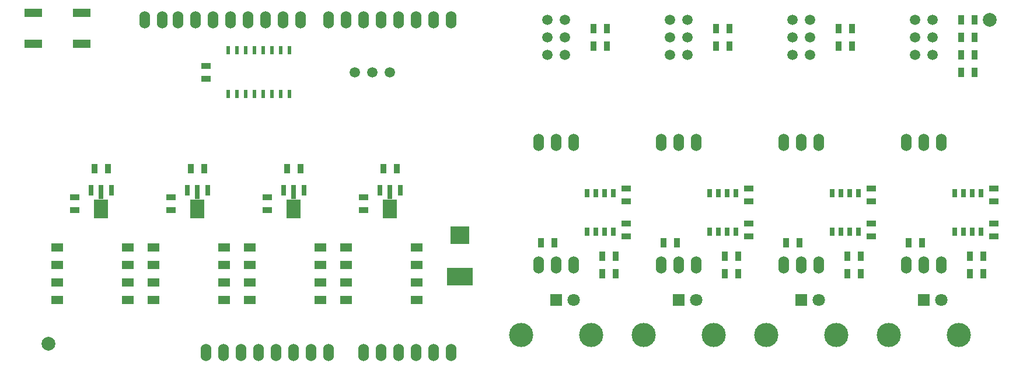
<source format=gts>
G04 #@! TF.FileFunction,Soldermask,Top*
%FSLAX46Y46*%
G04 Gerber Fmt 4.6, Leading zero omitted, Abs format (unit mm)*
G04 Created by KiCad (PCBNEW 4.0.2-stable) date 18/09/2016 18:07:30*
%MOMM*%
G01*
G04 APERTURE LIST*
%ADD10C,0.150000*%
%ADD11C,2.000000*%
%ADD12R,0.889000X1.397000*%
%ADD13R,1.397000X0.889000*%
%ADD14R,2.700020X2.550160*%
%ADD15R,3.799840X2.550160*%
%ADD16R,1.800000X1.200000*%
%ADD17C,1.506220*%
%ADD18R,0.508000X1.143000*%
%ADD19C,3.500000*%
%ADD20R,1.800000X1.800000*%
%ADD21C,1.800000*%
%ADD22R,0.701040X1.600200*%
%ADD23R,0.701040X2.100580*%
%ADD24R,1.998980X2.750820*%
%ADD25O,1.524000X2.540000*%
%ADD26R,0.635000X1.270000*%
%ADD27O,1.542000X2.540000*%
%ADD28R,2.600000X1.300000*%
G04 APERTURE END LIST*
D10*
D11*
X217805000Y-69850000D03*
X81280000Y-116840000D03*
D12*
X154622500Y-102235000D03*
X152717500Y-102235000D03*
D13*
X127000000Y-97472500D03*
X127000000Y-95567500D03*
D12*
X131762500Y-91440000D03*
X129857500Y-91440000D03*
D13*
X165100000Y-101282500D03*
X165100000Y-99377500D03*
X165100000Y-94297500D03*
X165100000Y-96202500D03*
D12*
X172402500Y-102235000D03*
X170497500Y-102235000D03*
D13*
X113030000Y-97472500D03*
X113030000Y-95567500D03*
D12*
X117792500Y-91440000D03*
X115887500Y-91440000D03*
D13*
X182880000Y-101282500D03*
X182880000Y-99377500D03*
X182880000Y-94297500D03*
X182880000Y-96202500D03*
D12*
X190182500Y-102235000D03*
X188277500Y-102235000D03*
D13*
X99060000Y-97472500D03*
X99060000Y-95567500D03*
D12*
X103822500Y-91440000D03*
X101917500Y-91440000D03*
D13*
X200660000Y-101282500D03*
X200660000Y-99377500D03*
X200660000Y-94297500D03*
X200660000Y-96202500D03*
D12*
X207962500Y-102235000D03*
X206057500Y-102235000D03*
D13*
X85090000Y-97472500D03*
X85090000Y-95567500D03*
D12*
X89852500Y-91440000D03*
X87947500Y-91440000D03*
D13*
X218440000Y-101282500D03*
X218440000Y-99377500D03*
X218440000Y-94297500D03*
X218440000Y-96202500D03*
D14*
X140970000Y-101140260D03*
D15*
X140970000Y-107139740D03*
D16*
X134640000Y-110490000D03*
X134640000Y-107950000D03*
X134640000Y-105410000D03*
X134640000Y-102870000D03*
X124440000Y-102870000D03*
X124440000Y-105410000D03*
X124440000Y-107950000D03*
X124440000Y-110490000D03*
X120670000Y-110490000D03*
X120670000Y-107950000D03*
X120670000Y-105410000D03*
X120670000Y-102870000D03*
X110470000Y-102870000D03*
X110470000Y-105410000D03*
X110470000Y-107950000D03*
X110470000Y-110490000D03*
X106700000Y-110490000D03*
X106700000Y-107950000D03*
X106700000Y-105410000D03*
X106700000Y-102870000D03*
X96500000Y-102870000D03*
X96500000Y-105410000D03*
X96500000Y-107950000D03*
X96500000Y-110490000D03*
X92730000Y-110490000D03*
X92730000Y-107950000D03*
X92730000Y-105410000D03*
X92730000Y-102870000D03*
X82530000Y-102870000D03*
X82530000Y-105410000D03*
X82530000Y-107950000D03*
X82530000Y-110490000D03*
D17*
X153670000Y-69850000D03*
X153670000Y-72390000D03*
X153670000Y-74930000D03*
X156210000Y-69850000D03*
X156210000Y-72390000D03*
X156210000Y-74930000D03*
X171450000Y-69850000D03*
X171450000Y-72390000D03*
X171450000Y-74930000D03*
X173990000Y-69850000D03*
X173990000Y-72390000D03*
X173990000Y-74930000D03*
X189230000Y-69850000D03*
X189230000Y-72390000D03*
X189230000Y-74930000D03*
X191770000Y-69850000D03*
X191770000Y-72390000D03*
X191770000Y-74930000D03*
X207010000Y-69850000D03*
X207010000Y-72390000D03*
X207010000Y-74930000D03*
X209550000Y-69850000D03*
X209550000Y-72390000D03*
X209550000Y-74930000D03*
X125730000Y-77470000D03*
X128270000Y-77470000D03*
X130810000Y-77470000D03*
D18*
X107315000Y-74295000D03*
X109855000Y-74295000D03*
X111125000Y-74295000D03*
X112395000Y-74295000D03*
X113665000Y-74295000D03*
X114935000Y-74295000D03*
X116205000Y-74295000D03*
X116205000Y-80645000D03*
X114935000Y-80645000D03*
X113665000Y-80645000D03*
X112395000Y-80645000D03*
X111125000Y-80645000D03*
X109855000Y-80645000D03*
X108585000Y-80645000D03*
X107315000Y-80645000D03*
X108585000Y-74295000D03*
D19*
X160020000Y-115570000D03*
X149860000Y-115570000D03*
D20*
X154940000Y-110490000D03*
D21*
X157480000Y-110490000D03*
D19*
X177800000Y-115570000D03*
X167640000Y-115570000D03*
D20*
X172720000Y-110490000D03*
D21*
X175260000Y-110490000D03*
D19*
X195580000Y-115570000D03*
X185420000Y-115570000D03*
D20*
X190500000Y-110490000D03*
D21*
X193040000Y-110490000D03*
D19*
X213360000Y-115570000D03*
X203200000Y-115570000D03*
D20*
X208280000Y-110490000D03*
D21*
X210820000Y-110490000D03*
D12*
X162242500Y-73660000D03*
X160337500Y-73660000D03*
X163512500Y-106680000D03*
X161607500Y-106680000D03*
X162242500Y-71120000D03*
X160337500Y-71120000D03*
X163512500Y-104140000D03*
X161607500Y-104140000D03*
X180022500Y-73660000D03*
X178117500Y-73660000D03*
X181292500Y-106680000D03*
X179387500Y-106680000D03*
X180022500Y-71120000D03*
X178117500Y-71120000D03*
X181292500Y-104140000D03*
X179387500Y-104140000D03*
X197802500Y-73660000D03*
X195897500Y-73660000D03*
X199072500Y-106680000D03*
X197167500Y-106680000D03*
X197802500Y-71120000D03*
X195897500Y-71120000D03*
X199072500Y-104140000D03*
X197167500Y-104140000D03*
X215582500Y-77470000D03*
X213677500Y-77470000D03*
X216852500Y-106680000D03*
X214947500Y-106680000D03*
X215582500Y-74930000D03*
X213677500Y-74930000D03*
X216852500Y-104140000D03*
X214947500Y-104140000D03*
D13*
X104140000Y-78422500D03*
X104140000Y-76517500D03*
D12*
X213677500Y-69850000D03*
X215582500Y-69850000D03*
X213677500Y-72390000D03*
X215582500Y-72390000D03*
D22*
X132311140Y-94620080D03*
D23*
X130810000Y-94869000D03*
D22*
X129308860Y-94620080D03*
D24*
X130810000Y-97269300D03*
D22*
X118341140Y-94620080D03*
D23*
X116840000Y-94869000D03*
D22*
X115338860Y-94620080D03*
D24*
X116840000Y-97269300D03*
D22*
X104371140Y-94620080D03*
D23*
X102870000Y-94869000D03*
D22*
X101368860Y-94620080D03*
D24*
X102870000Y-97269300D03*
D22*
X90401140Y-94620080D03*
D23*
X88900000Y-94869000D03*
D22*
X87398860Y-94620080D03*
D24*
X88900000Y-97269300D03*
D25*
X139700000Y-118110000D03*
X137160000Y-118110000D03*
X134620000Y-118110000D03*
X127000000Y-118110000D03*
X129540000Y-118110000D03*
X132080000Y-118110000D03*
X121920000Y-118110000D03*
X119380000Y-118110000D03*
X116840000Y-118110000D03*
X111760000Y-118110000D03*
X109220000Y-118110000D03*
X139700000Y-69850000D03*
X137160000Y-69850000D03*
X134620000Y-69850000D03*
X132080000Y-69850000D03*
X129540000Y-69850000D03*
X127000000Y-69850000D03*
X124460000Y-69850000D03*
X121920000Y-69850000D03*
X117856000Y-69850000D03*
X115316000Y-69850000D03*
X112776000Y-69850000D03*
X110236000Y-69850000D03*
X107696000Y-69850000D03*
X105156000Y-69850000D03*
X102616000Y-69850000D03*
X100076000Y-69850000D03*
X114300000Y-118110000D03*
X106680000Y-118110000D03*
X104140000Y-118110000D03*
X97790000Y-69850000D03*
X95250000Y-69850000D03*
D26*
X163195000Y-94996000D03*
X161925000Y-94996000D03*
X160655000Y-94996000D03*
X159385000Y-94996000D03*
X159385000Y-100584000D03*
X160655000Y-100584000D03*
X161925000Y-100584000D03*
X163195000Y-100584000D03*
X180975000Y-94996000D03*
X179705000Y-94996000D03*
X178435000Y-94996000D03*
X177165000Y-94996000D03*
X177165000Y-100584000D03*
X178435000Y-100584000D03*
X179705000Y-100584000D03*
X180975000Y-100584000D03*
X198755000Y-94996000D03*
X197485000Y-94996000D03*
X196215000Y-94996000D03*
X194945000Y-94996000D03*
X194945000Y-100584000D03*
X196215000Y-100584000D03*
X197485000Y-100584000D03*
X198755000Y-100584000D03*
X216535000Y-94996000D03*
X215265000Y-94996000D03*
X213995000Y-94996000D03*
X212725000Y-94996000D03*
X212725000Y-100584000D03*
X213995000Y-100584000D03*
X215265000Y-100584000D03*
X216535000Y-100584000D03*
D27*
X152400000Y-87630000D03*
D25*
X154940000Y-87630000D03*
X157480000Y-87630000D03*
X152400000Y-105410000D03*
X154940000Y-105410000D03*
X157480000Y-105410000D03*
D27*
X170180000Y-87630000D03*
D25*
X172720000Y-87630000D03*
X175260000Y-87630000D03*
X170180000Y-105410000D03*
X172720000Y-105410000D03*
X175260000Y-105410000D03*
D27*
X187960000Y-87630000D03*
D25*
X190500000Y-87630000D03*
X193040000Y-87630000D03*
X187960000Y-105410000D03*
X190500000Y-105410000D03*
X193040000Y-105410000D03*
D27*
X205740000Y-87630000D03*
D25*
X208280000Y-87630000D03*
X210820000Y-87630000D03*
X205740000Y-105410000D03*
X208280000Y-105410000D03*
X210820000Y-105410000D03*
D28*
X79050000Y-68870000D03*
X86050000Y-68870000D03*
X79050000Y-73370000D03*
X86050000Y-73370000D03*
M02*

</source>
